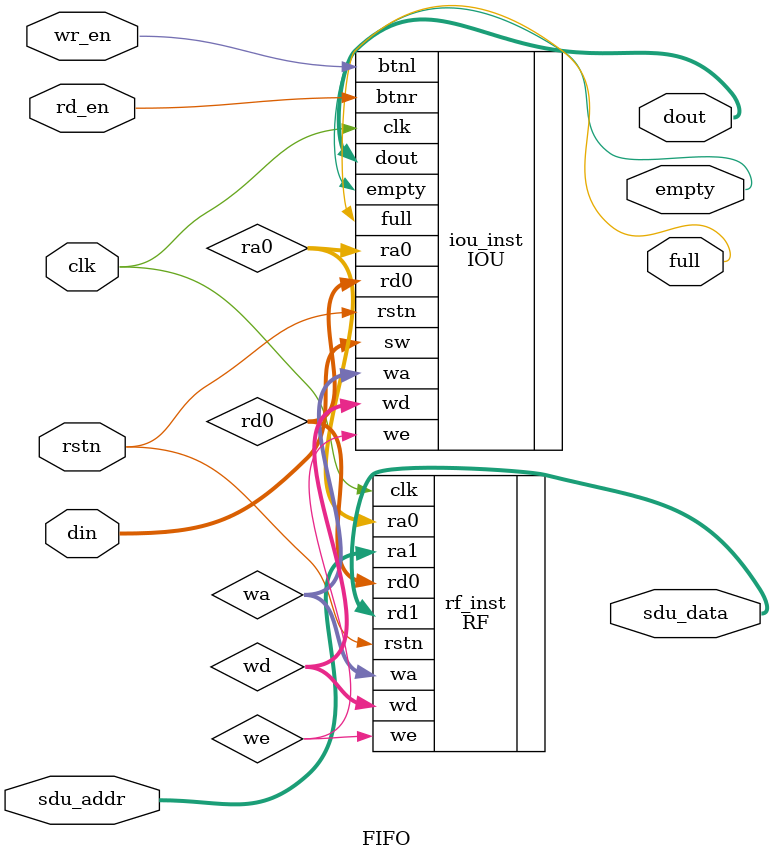
<source format=sv>
`timescale 1ns / 1ps

module FIFO (
    input           clk,
    input           rstn,
    // FIFO操作接口
    input           wr_en,          // 写使能btnl
    input           rd_en,          // 读使能btnr
    input  [15:0]   din,            // 数据输入 sw
    output [15:0]   dout,           // 数据输出
    output          full,           // 满标志
    output          empty,          // 空标志
    // SDU调试接口
    input  [3:0]    sdu_addr,       // 调试地址
    output [15:0]   sdu_data         // 调试数据
);

    // IOU内部信号
    wire [3:0] ra0, wa;
    wire [15:0] rd0, wd;
    wire we;
        
    // IOU模块实例化 - 负责FIFO控制逻辑
    IOU iou_inst (
        .clk(clk),
        .rstn(rstn),
        .btnl(wr_en),               // 映射自wr_en
        .btnr(rd_en),               // 映射自rd_en
        .sw(din),                   // 映射自din
        .full(full),
        .empty(empty),
        .dout(dout),
        // RF接口
        .ra0(ra0),
        .rd0(rd0),
        .wa(wa),
        .wd(wd),
        .we(we)
    );
    
    // RF模块实例化 - 纯存储功能
    RF rf_inst (
        .clk(clk),
        .rstn(rstn),
        // FIFO写端口
        .we(we),
        .wa(wa),
        .wd(wd),
        // FIFO读端口
        .ra0(ra0),
        .rd0(rd0),
        // SDU调试端口
        .ra1(sdu_addr),            // 直接连接sdu_addr
        .rd1(sdu_data)             // 输出sdu_data
    );

endmodule
</source>
